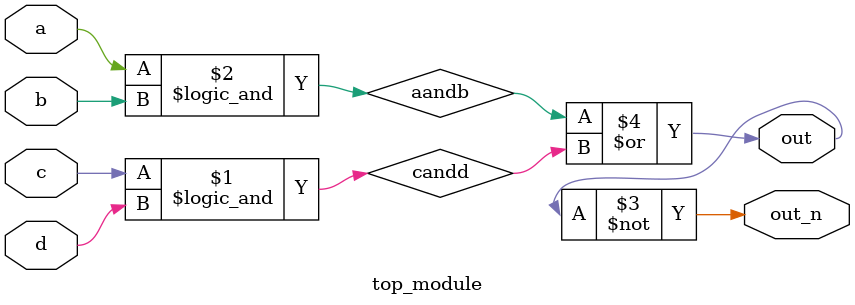
<source format=v>
`default_nettype none
module top_module(
    input a,
    input b,
    input c,
    input d,
    output out,
    output out_n   ); 
	
    wire aandb;
    wire candd;
    
    assign candd = c&&d;
    assign aandb = a&&b;
    assign out_n = ~out;
    assign out = aandb | candd;


endmodule

</source>
